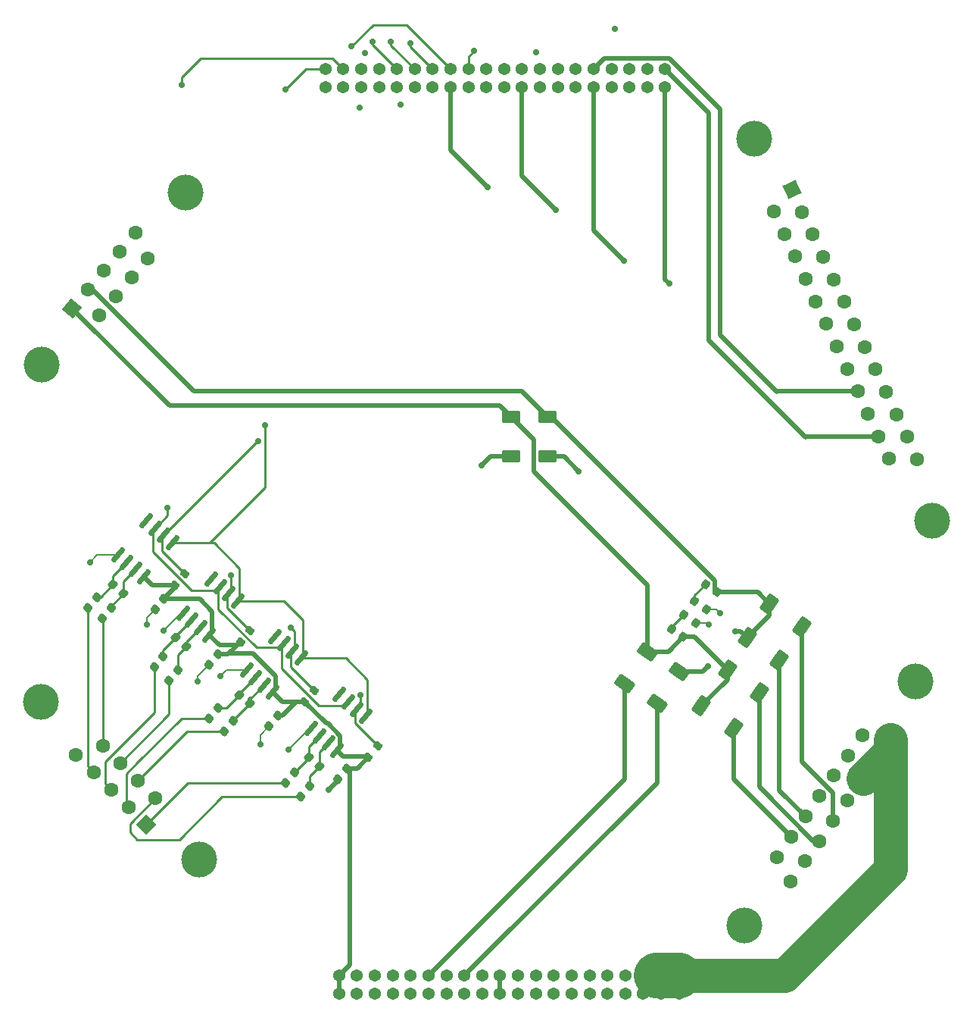
<source format=gbr>
%TF.GenerationSoftware,KiCad,Pcbnew,7.0.7*%
%TF.CreationDate,2024-03-26T09:21:42-07:00*%
%TF.ProjectId,Connector-board,436f6e6e-6563-4746-9f72-2d626f617264,rev?*%
%TF.SameCoordinates,Original*%
%TF.FileFunction,Copper,L1,Top*%
%TF.FilePolarity,Positive*%
%FSLAX46Y46*%
G04 Gerber Fmt 4.6, Leading zero omitted, Abs format (unit mm)*
G04 Created by KiCad (PCBNEW 7.0.7) date 2024-03-26 09:21:42*
%MOMM*%
%LPD*%
G01*
G04 APERTURE LIST*
G04 Aperture macros list*
%AMRoundRect*
0 Rectangle with rounded corners*
0 $1 Rounding radius*
0 $2 $3 $4 $5 $6 $7 $8 $9 X,Y pos of 4 corners*
0 Add a 4 corners polygon primitive as box body*
4,1,4,$2,$3,$4,$5,$6,$7,$8,$9,$2,$3,0*
0 Add four circle primitives for the rounded corners*
1,1,$1+$1,$2,$3*
1,1,$1+$1,$4,$5*
1,1,$1+$1,$6,$7*
1,1,$1+$1,$8,$9*
0 Add four rect primitives between the rounded corners*
20,1,$1+$1,$2,$3,$4,$5,0*
20,1,$1+$1,$4,$5,$6,$7,0*
20,1,$1+$1,$6,$7,$8,$9,0*
20,1,$1+$1,$8,$9,$2,$3,0*%
%AMRotRect*
0 Rectangle, with rotation*
0 The origin of the aperture is its center*
0 $1 length*
0 $2 width*
0 $3 Rotation angle, in degrees counterclockwise*
0 Add horizontal line*
21,1,$1,$2,0,0,$3*%
G04 Aperture macros list end*
%TA.AperFunction,ComponentPad*%
%ADD10C,4.000000*%
%TD*%
%TA.AperFunction,ComponentPad*%
%ADD11RotRect,1.600000X1.600000X115.000000*%
%TD*%
%TA.AperFunction,ComponentPad*%
%ADD12C,1.600000*%
%TD*%
%TA.AperFunction,SMDPad,CuDef*%
%ADD13RoundRect,0.225000X-0.046884X0.333057X-0.336138X-0.011663X0.046884X-0.333057X0.336138X0.011663X0*%
%TD*%
%TA.AperFunction,SMDPad,CuDef*%
%ADD14RoundRect,0.225000X0.333057X0.046884X-0.011663X0.336138X-0.333057X-0.046884X0.011663X-0.336138X0*%
%TD*%
%TA.AperFunction,SMDPad,CuDef*%
%ADD15RoundRect,0.150000X-0.415393X-0.728405X0.645206X0.535569X0.415393X0.728405X-0.645206X-0.535569X0*%
%TD*%
%TA.AperFunction,SMDPad,CuDef*%
%ADD16RoundRect,0.250000X-0.827480X-0.397212X-0.090243X-0.913431X0.827480X0.397212X0.090243X0.913431X0*%
%TD*%
%TA.AperFunction,SMDPad,CuDef*%
%ADD17RoundRect,0.250000X-0.397212X0.827480X-0.913431X0.090243X0.397212X-0.827480X0.913431X-0.090243X0*%
%TD*%
%TA.AperFunction,SMDPad,CuDef*%
%ADD18RoundRect,0.200000X-0.082105X0.329975X-0.339220X0.023558X0.082105X-0.329975X0.339220X-0.023558X0*%
%TD*%
%TA.AperFunction,SMDPad,CuDef*%
%ADD19RoundRect,0.218750X0.326168X0.084438X-0.032211X0.335378X-0.326168X-0.084438X0.032211X-0.335378X0*%
%TD*%
%TA.AperFunction,SMDPad,CuDef*%
%ADD20RoundRect,0.225000X0.046884X-0.333057X0.336138X0.011663X-0.046884X0.333057X-0.336138X-0.011663X0*%
%TD*%
%TA.AperFunction,SMDPad,CuDef*%
%ADD21RoundRect,0.250000X-0.800000X0.450000X-0.800000X-0.450000X0.800000X-0.450000X0.800000X0.450000X0*%
%TD*%
%TA.AperFunction,SMDPad,CuDef*%
%ADD22RoundRect,0.218750X-0.326168X-0.084438X0.032211X-0.335378X0.326168X0.084438X-0.032211X0.335378X0*%
%TD*%
%TA.AperFunction,ComponentPad*%
%ADD23C,1.371600*%
%TD*%
%TA.AperFunction,ComponentPad*%
%ADD24RotRect,1.600000X1.600000X315.000000*%
%TD*%
%TA.AperFunction,ComponentPad*%
%ADD25RotRect,1.600000X1.600000X55.000000*%
%TD*%
%TA.AperFunction,ComponentPad*%
%ADD26RotRect,1.600000X1.600000X230.000000*%
%TD*%
%TA.AperFunction,ViaPad*%
%ADD27C,0.711200*%
%TD*%
%TA.AperFunction,Conductor*%
%ADD28C,3.810000*%
%TD*%
%TA.AperFunction,Conductor*%
%ADD29C,5.080000*%
%TD*%
%TA.AperFunction,Conductor*%
%ADD30C,0.508000*%
%TD*%
%TA.AperFunction,Conductor*%
%ADD31C,0.200000*%
%TD*%
%TA.AperFunction,Conductor*%
%ADD32C,0.254000*%
%TD*%
G04 APERTURE END LIST*
D10*
%TO.P,PT_DSUB1,0*%
%TO.N,N/C*%
X222383093Y-106381776D03*
X202477772Y-63694679D03*
D11*
%TO.P,PT_DSUB1,1,1*%
%TO.N,PT1_E+*%
X206693474Y-69375274D03*
D12*
%TO.P,PT_DSUB1,2,2*%
%TO.N,PT1_E-*%
X207864127Y-71885747D03*
%TO.P,PT_DSUB1,3,3*%
%TO.N,PT1_E+*%
X209034779Y-74396219D03*
%TO.P,PT_DSUB1,4,4*%
%TO.N,PT1_E-*%
X210205432Y-76906692D03*
%TO.P,PT_DSUB1,5,5*%
%TO.N,PT1_E+*%
X211376084Y-79417164D03*
%TO.P,PT_DSUB1,6,6*%
%TO.N,PT1_E-*%
X212546737Y-81927637D03*
%TO.P,PT_DSUB1,7,7*%
%TO.N,PT1_E+*%
X213717390Y-84438109D03*
%TO.P,PT_DSUB1,8,8*%
%TO.N,PT1_E-*%
X214888042Y-86948582D03*
%TO.P,PT_DSUB1,9,9*%
%TO.N,PT1_E+*%
X216058695Y-89459055D03*
%TO.P,PT_DSUB1,10,10*%
%TO.N,PT1_E-*%
X217229347Y-91969527D03*
%TO.P,PT_DSUB1,11,11*%
%TO.N,PT1_E+*%
X218400000Y-94480000D03*
%TO.P,PT_DSUB1,12,12*%
%TO.N,PT1_E-*%
X219570652Y-96990472D03*
%TO.P,PT_DSUB1,13,13*%
%TO.N,unconnected-(PT_DSUB1-Pad13)*%
X220741305Y-99500945D03*
%TO.P,PT_DSUB1,14,P14*%
%TO.N,PT1_A+*%
X204704886Y-71830746D03*
%TO.P,PT_DSUB1,15,P15*%
%TO.N,unconnected-(PT_DSUB1-P15-Pad15)*%
X205875539Y-74341219D03*
%TO.P,PT_DSUB1,16,P16*%
%TO.N,PT2_A+*%
X207046191Y-76851691D03*
%TO.P,PT_DSUB1,17,P17*%
%TO.N,unconnected-(PT_DSUB1-P17-Pad17)*%
X208216844Y-79362164D03*
%TO.P,PT_DSUB1,18,P18*%
%TO.N,PT3_A+*%
X209387497Y-81872636D03*
%TO.P,PT_DSUB1,19,P19*%
%TO.N,unconnected-(PT_DSUB1-P19-Pad19)*%
X210558149Y-84383109D03*
%TO.P,PT_DSUB1,20,P20*%
%TO.N,PT4_A+*%
X211728802Y-86893582D03*
%TO.P,PT_DSUB1,21,P21*%
%TO.N,unconnected-(PT_DSUB1-P21-Pad21)*%
X212899454Y-89404054D03*
%TO.P,PT_DSUB1,22,P22*%
%TO.N,PT5_A+*%
X214070107Y-91914527D03*
%TO.P,PT_DSUB1,23,P23*%
%TO.N,unconnected-(PT_DSUB1-P23-Pad23)*%
X215240759Y-94424999D03*
%TO.P,PT_DSUB1,24,P24*%
%TO.N,PT6_A+*%
X216411412Y-96935472D03*
%TO.P,PT_DSUB1,25,P25*%
%TO.N,unconnected-(PT_DSUB1-P25-Pad25)*%
X217582065Y-99445944D03*
%TD*%
D13*
%TO.P,C10,1*%
%TO.N,+3.3V*%
X142526520Y-121268994D03*
%TO.P,C10,2*%
%TO.N,PT1_E-*%
X141530200Y-122456362D03*
%TD*%
D14*
%TO.P,C9,1*%
%TO.N,Net-(U4-T+)*%
X139028312Y-120389665D03*
%TO.P,C9,2*%
%TO.N,Net-(U4-T-)*%
X137840944Y-119393345D03*
%TD*%
D15*
%TO.P,U4,1,GND*%
%TO.N,PT1_E-*%
X138649786Y-116671450D03*
%TO.P,U4,2,T-*%
%TO.N,Net-(U4-T-)*%
X139622662Y-117487790D03*
%TO.P,U4,3,T+*%
%TO.N,Net-(U4-T+)*%
X140595539Y-118304130D03*
%TO.P,U4,4,VCC*%
%TO.N,+3.3V*%
X141568415Y-119120470D03*
%TO.P,U4,5,SCK*%
%TO.N,SPI_SCK*%
X144750214Y-115328550D03*
%TO.P,U4,6,~{CS}*%
%TO.N,TC3_CS*%
X143777338Y-114512210D03*
%TO.P,U4,7,SO*%
%TO.N,SPI_MISO*%
X142804461Y-113695870D03*
%TO.P,U4,8*%
%TO.N,N/C*%
X141831585Y-112879530D03*
%TD*%
D16*
%TO.P,D4,1,K*%
%TO.N,LOX_VENT*%
X199497866Y-123038132D03*
%TO.P,D4,2,A*%
%TO.N,GROUND_LOX_VENT*%
X203102134Y-125561868D03*
%TD*%
D13*
%TO.P,C4,1*%
%TO.N,+3.3V*%
X156916508Y-134061740D03*
%TO.P,C4,2*%
%TO.N,PT1_E-*%
X155920188Y-135249108D03*
%TD*%
D17*
%TO.P,D6,1,K*%
%TO.N,LOX_VENT*%
X190561868Y-120997866D03*
%TO.P,D6,2,A*%
%TO.N,FLIGHT_LOX_VENT*%
X188038132Y-124602134D03*
%TD*%
D13*
%TO.P,C8,1*%
%TO.N,+3.3V*%
X149218355Y-128155443D03*
%TO.P,C8,2*%
%TO.N,PT1_E-*%
X148222035Y-129342811D03*
%TD*%
D18*
%TO.P,R3,1*%
%TO.N,TC1_CS*%
X160421798Y-131533369D03*
%TO.P,R3,2*%
%TO.N,+3.3V*%
X159361198Y-132797343D03*
%TD*%
D16*
%TO.P,D1,1,K*%
%TO.N,ETH_VENT*%
X204218023Y-115663447D03*
%TO.P,D1,2,A*%
%TO.N,GROUND_ETH_VENT*%
X207822291Y-118187183D03*
%TD*%
D17*
%TO.P,D3,1,K*%
%TO.N,ETH_VENT*%
X194161868Y-123197866D03*
%TO.P,D3,2,A*%
%TO.N,FLIGHT_ETH_VENT*%
X191638132Y-126802134D03*
%TD*%
D19*
%TO.P,C1,1*%
%TO.N,ETH_VENT*%
X198345082Y-114351691D03*
%TO.P,C1,2*%
%TO.N,Net-(C1-Pad2)*%
X197054918Y-113448309D03*
%TD*%
D18*
%TO.P,R6,1*%
%TO.N,TC3_CS*%
X146121802Y-118633371D03*
%TO.P,R6,2*%
%TO.N,+3.3V*%
X145061202Y-119897345D03*
%TD*%
D20*
%TO.P,FB4,1*%
%TO.N,TC4_T-*%
X128001840Y-116093684D03*
%TO.P,FB4,2*%
%TO.N,Net-(U2-T-)*%
X128998160Y-114906316D03*
%TD*%
D21*
%TO.P,D8,1,K*%
%TO.N,LOX_VENT*%
X175353813Y-94800000D03*
%TO.P,D8,2,A*%
%TO.N,PT1_E-*%
X175353813Y-99200000D03*
%TD*%
D13*
%TO.P,C6,1*%
%TO.N,+3.3V*%
X136498160Y-115106316D03*
%TO.P,C6,2*%
%TO.N,PT1_E-*%
X135501840Y-116293684D03*
%TD*%
D15*
%TO.P,U1,1,GND*%
%TO.N,PT1_E-*%
X152949786Y-129571450D03*
%TO.P,U1,2,T-*%
%TO.N,Net-(U1-T-)*%
X153922662Y-130387790D03*
%TO.P,U1,3,T+*%
%TO.N,Net-(U1-T+)*%
X154895539Y-131204130D03*
%TO.P,U1,4,VCC*%
%TO.N,+3.3V*%
X155868415Y-132020470D03*
%TO.P,U1,5,SCK*%
%TO.N,SPI_SCK*%
X159050214Y-128228550D03*
%TO.P,U1,6,~{CS}*%
%TO.N,TC1_CS*%
X158077338Y-127412210D03*
%TO.P,U1,7,SO*%
%TO.N,SPI_MISO*%
X157104461Y-126595870D03*
%TO.P,U1,8*%
%TO.N,N/C*%
X156131585Y-125779530D03*
%TD*%
D19*
%TO.P,C2,1*%
%TO.N,LOX_VENT*%
X194545082Y-119351691D03*
%TO.P,C2,2*%
%TO.N,Net-(C2-Pad2)*%
X193254918Y-118448309D03*
%TD*%
D20*
%TO.P,FB3,1*%
%TO.N,TC4_T+*%
X129601840Y-117293684D03*
%TO.P,FB3,2*%
%TO.N,Net-(U2-T+)*%
X130598160Y-116106316D03*
%TD*%
%TO.P,FB6,1*%
%TO.N,TC2_T-*%
X141551390Y-128427443D03*
%TO.P,FB6,2*%
%TO.N,Net-(U3-T-)*%
X142547710Y-127240075D03*
%TD*%
D22*
%TO.P,R1,1*%
%TO.N,Net-(C1-Pad2)*%
X195854918Y-115348309D03*
%TO.P,R1,2*%
%TO.N,PT1_E-*%
X197145082Y-116251691D03*
%TD*%
D18*
%TO.P,R5,1*%
%TO.N,TC2_CS*%
X153274803Y-125325878D03*
%TO.P,R5,2*%
%TO.N,+3.3V*%
X152214203Y-126589852D03*
%TD*%
D14*
%TO.P,C5,1*%
%TO.N,Net-(U2-T+)*%
X131993684Y-114498160D03*
%TO.P,C5,2*%
%TO.N,Net-(U2-T-)*%
X130806316Y-113501840D03*
%TD*%
D16*
%TO.P,D2,1,K*%
%TO.N,ETH_VENT*%
X201718848Y-119406985D03*
%TO.P,D2,2,A*%
%TO.N,REDS_ETH_VENT*%
X205323116Y-121930721D03*
%TD*%
D20*
%TO.P,FB1,1*%
%TO.N,TC1_T+*%
X151816950Y-137201337D03*
%TO.P,FB1,2*%
%TO.N,Net-(U1-T+)*%
X152813270Y-136013969D03*
%TD*%
%TO.P,FB5,1*%
%TO.N,TC2_T+*%
X143263660Y-129864203D03*
%TO.P,FB5,2*%
%TO.N,Net-(U3-T+)*%
X144259980Y-128676835D03*
%TD*%
D16*
%TO.P,D5,1,K*%
%TO.N,LOX_VENT*%
X196597866Y-127038132D03*
%TO.P,D5,2,A*%
%TO.N,REDS_LOX_VENT*%
X200202134Y-129561868D03*
%TD*%
D15*
%TO.P,U2,1,GND*%
%TO.N,PT1_E-*%
X131349786Y-110171450D03*
%TO.P,U2,2,T-*%
%TO.N,Net-(U2-T-)*%
X132322662Y-110987790D03*
%TO.P,U2,3,T+*%
%TO.N,Net-(U2-T+)*%
X133295539Y-111804130D03*
%TO.P,U2,4,VCC*%
%TO.N,+3.3V*%
X134268415Y-112620470D03*
%TO.P,U2,5,SCK*%
%TO.N,SPI_SCK*%
X137450214Y-108828550D03*
%TO.P,U2,6,~{CS}*%
%TO.N,TC4_CS*%
X136477338Y-108012210D03*
%TO.P,U2,7,SO*%
%TO.N,SPI_MISO*%
X135504461Y-107195870D03*
%TO.P,U2,8*%
%TO.N,N/C*%
X134531585Y-106379530D03*
%TD*%
%TO.P,U3,1,GND*%
%TO.N,PT1_E-*%
X145749786Y-123071450D03*
%TO.P,U3,2,T-*%
%TO.N,Net-(U3-T-)*%
X146722662Y-123887790D03*
%TO.P,U3,3,T+*%
%TO.N,Net-(U3-T+)*%
X147695539Y-124704130D03*
%TO.P,U3,4,VCC*%
%TO.N,+3.3V*%
X148668415Y-125520470D03*
%TO.P,U3,5,SCK*%
%TO.N,SPI_SCK*%
X151850214Y-121728550D03*
%TO.P,U3,6,~{CS}*%
%TO.N,TC2_CS*%
X150877338Y-120912210D03*
%TO.P,U3,7,SO*%
%TO.N,SPI_MISO*%
X149904461Y-120095870D03*
%TO.P,U3,8*%
%TO.N,N/C*%
X148931585Y-119279530D03*
%TD*%
D14*
%TO.P,C7,1*%
%TO.N,Net-(U3-T+)*%
X146128328Y-126789663D03*
%TO.P,C7,2*%
%TO.N,Net-(U3-T-)*%
X144940960Y-125793343D03*
%TD*%
D23*
%TO.P,J1,A1,Pin_1*%
%TO.N,+3.3V*%
X156086831Y-159170000D03*
%TO.P,J1,A2,Pin_2*%
X156086831Y-157170000D03*
%TO.P,J1,A3,Pin_3*%
%TO.N,PT1_E-*%
X158086831Y-159170000D03*
%TO.P,J1,A4,Pin_4*%
X158086831Y-157170000D03*
%TO.P,J1,A5,Pin_5*%
%TO.N,PT1_E+*%
X160086831Y-159170000D03*
%TO.P,J1,A6,Pin_6*%
X160086831Y-157170000D03*
%TO.P,J1,A7,Pin_7*%
X162086831Y-159170000D03*
%TO.P,J1,A8,Pin_8*%
X162086831Y-157170000D03*
%TO.P,J1,A9,Pin_9*%
%TO.N,PT1_E-*%
X164086831Y-159170000D03*
%TO.P,J1,A10,Pin_10*%
X164086831Y-157170000D03*
%TO.P,J1,A11,Pin_11*%
%TO.N,FLIGHT_LOX_VENT*%
X166086831Y-159170000D03*
%TO.P,J1,A12,Pin_12*%
X166086831Y-157170000D03*
%TO.P,J1,A13,Pin_13*%
%TO.N,PT1_E-*%
X168086831Y-159170000D03*
%TO.P,J1,A14,Pin_14*%
X168086831Y-157170000D03*
%TO.P,J1,A15,Pin_15*%
%TO.N,FLIGHT_ETH_VENT*%
X170086831Y-159170000D03*
%TO.P,J1,A16,Pin_16*%
X170086831Y-157170000D03*
%TO.P,J1,A17,Pin_17*%
%TO.N,PT1_E-*%
X172086831Y-159170000D03*
%TO.P,J1,A18,Pin_18*%
X172086831Y-157170000D03*
%TO.P,J1,A19,Pin_19*%
%TO.N,FLIGHT_ETH_MAIN*%
X174086831Y-159170000D03*
%TO.P,J1,A20,Pin_20*%
X174086831Y-157170000D03*
%TO.P,J1,A21,Pin_21*%
%TO.N,PT1_E-*%
X176086831Y-159170000D03*
%TO.P,J1,A22,Pin_22*%
X176086831Y-157170000D03*
%TO.P,J1,A23,Pin_23*%
%TO.N,unconnected-(J1A-Pin_23-PadA23)*%
X178086831Y-159170000D03*
%TO.P,J1,A24,Pin_24*%
%TO.N,unconnected-(J1A-Pin_24-PadA24)*%
X178086831Y-157170000D03*
%TO.P,J1,A25,Pin_25*%
%TO.N,PT1_E-*%
X180086831Y-159170000D03*
%TO.P,J1,A26,Pin_26*%
X180086831Y-157170000D03*
%TO.P,J1,A27,Pin_27*%
%TO.N,unconnected-(J1A-Pin_27-PadA27)*%
X182086831Y-159170000D03*
%TO.P,J1,A28,Pin_28*%
%TO.N,unconnected-(J1A-Pin_28-PadA28)*%
X182086831Y-157170000D03*
%TO.P,J1,A29,Pin_29*%
%TO.N,unconnected-(J1A-Pin_29-PadA29)*%
X184086831Y-159170000D03*
%TO.P,J1,A30,Pin_30*%
%TO.N,unconnected-(J1A-Pin_30-PadA30)*%
X184086831Y-157170000D03*
%TO.P,J1,A31,Pin_31*%
%TO.N,unconnected-(J1A-Pin_31-PadA31)*%
X186086831Y-159170000D03*
%TO.P,J1,A32,Pin_32*%
%TO.N,unconnected-(J1A-Pin_32-PadA32)*%
X186086831Y-157170000D03*
%TO.P,J1,A33,Pin_33*%
%TO.N,unconnected-(J1A-Pin_33-PadA33)*%
X188086731Y-159170000D03*
%TO.P,J1,A34,Pin_34*%
%TO.N,unconnected-(J1A-Pin_34-PadA34)*%
X188086731Y-157170000D03*
%TO.P,J1,A35,Pin_35*%
%TO.N,PWR_SUP*%
X190086731Y-159170000D03*
%TO.P,J1,A36,Pin_36*%
X190086731Y-157170000D03*
%TO.P,J1,A37,Pin_37*%
X192086731Y-159170000D03*
%TO.P,J1,A38,Pin_38*%
X192086731Y-157170000D03*
%TO.P,J1,A39,Pin_39*%
X194086731Y-159170000D03*
%TO.P,J1,A40,Pin_40*%
X194086731Y-157170000D03*
%TO.P,J1,B1,Pin_1*%
%TO.N,unconnected-(J1B-Pin_1-PadB1)*%
X154550000Y-57900000D03*
%TO.P,J1,B2,Pin_2*%
%TO.N,SPI_SCK*%
X154550000Y-55900000D03*
%TO.P,J1,B3,Pin_3*%
%TO.N,unconnected-(J1B-Pin_3-PadB3)*%
X156550000Y-57900000D03*
%TO.P,J1,B4,Pin_4*%
%TO.N,SPI_MISO*%
X156550000Y-55900000D03*
%TO.P,J1,B5,Pin_5*%
%TO.N,PT1_E-*%
X158550000Y-57900000D03*
%TO.P,J1,B6,Pin_6*%
%TO.N,SPI_MOSI*%
X158550000Y-55900000D03*
%TO.P,J1,B7,Pin_7*%
%TO.N,unconnected-(J1B-Pin_7-PadB7)*%
X160550000Y-57900000D03*
%TO.P,J1,B8,Pin_8*%
%TO.N,PT1_E-*%
X160550000Y-55900000D03*
%TO.P,J1,B9,Pin_9*%
X162549900Y-57900000D03*
%TO.P,J1,B10,Pin_10*%
%TO.N,TC1_CS*%
X162549900Y-55900000D03*
%TO.P,J1,B11,Pin_11*%
%TO.N,PT1_E+*%
X164549900Y-57900000D03*
%TO.P,J1,B12,Pin_12*%
%TO.N,TC2_CS*%
X164549900Y-55900000D03*
%TO.P,J1,B13,Pin_13*%
%TO.N,PT1_E-*%
X166549900Y-57900000D03*
%TO.P,J1,B14,Pin_14*%
%TO.N,TC3_CS*%
X166549900Y-55900000D03*
%TO.P,J1,B15,Pin_15*%
%TO.N,PT1_A+*%
X168549900Y-57900000D03*
%TO.P,J1,B16,Pin_16*%
%TO.N,TC4_CS*%
X168549900Y-55900000D03*
%TO.P,J1,B17,Pin_17*%
%TO.N,PT1_E-*%
X170549900Y-57900000D03*
%TO.P,J1,B18,Pin_18*%
X170549900Y-55900000D03*
%TO.P,J1,B19,Pin_19*%
%TO.N,PT1_E+*%
X172549900Y-57900000D03*
%TO.P,J1,B20,Pin_20*%
%TO.N,unconnected-(J1B-Pin_20-PadB20)*%
X172549900Y-55900000D03*
%TO.P,J1,B21,Pin_21*%
%TO.N,PT1_E-*%
X174549900Y-57900000D03*
%TO.P,J1,B22,Pin_22*%
%TO.N,unconnected-(J1B-Pin_22-PadB22)*%
X174549900Y-55900000D03*
%TO.P,J1,B23,Pin_23*%
%TO.N,PT2_A+*%
X176549900Y-57900000D03*
%TO.P,J1,B24,Pin_24*%
%TO.N,unconnected-(J1B-Pin_24-PadB24)*%
X176549900Y-55900000D03*
%TO.P,J1,B25,Pin_25*%
%TO.N,PT1_E-*%
X178549900Y-57900000D03*
%TO.P,J1,B26,Pin_26*%
X178549900Y-55900000D03*
%TO.P,J1,B27,Pin_27*%
%TO.N,PT1_E+*%
X180549900Y-57900000D03*
%TO.P,J1,B28,Pin_28*%
X180549900Y-55900000D03*
%TO.P,J1,B29,Pin_29*%
%TO.N,PT1_E-*%
X182549900Y-57900000D03*
%TO.P,J1,B30,Pin_30*%
X182549900Y-55900000D03*
%TO.P,J1,B31,Pin_31*%
%TO.N,PT3_A+*%
X184549900Y-57900000D03*
%TO.P,J1,B32,Pin_32*%
%TO.N,PT5_A+*%
X184549900Y-55900000D03*
%TO.P,J1,B33,Pin_33*%
%TO.N,PT1_E-*%
X186549900Y-57900000D03*
%TO.P,J1,B34,Pin_34*%
X186549900Y-55900000D03*
%TO.P,J1,B35,Pin_35*%
%TO.N,PT1_E+*%
X188549900Y-57900000D03*
%TO.P,J1,B36,Pin_36*%
X188549900Y-55900000D03*
%TO.P,J1,B37,Pin_37*%
%TO.N,PT1_E-*%
X190549900Y-57900000D03*
%TO.P,J1,B38,Pin_38*%
X190549900Y-55900000D03*
%TO.P,J1,B39,Pin_39*%
%TO.N,PT4_A+*%
X192549900Y-57900000D03*
%TO.P,J1,B40,Pin_40*%
%TO.N,PT6_A+*%
X192549900Y-55900000D03*
%TD*%
D20*
%TO.P,FB2,1*%
%TO.N,TC1_T-*%
X150098419Y-135693007D03*
%TO.P,FB2,2*%
%TO.N,Net-(U1-T-)*%
X151094739Y-134505639D03*
%TD*%
%TO.P,FB8,1*%
%TO.N,TC3_T-*%
X135414865Y-122736414D03*
%TO.P,FB8,2*%
%TO.N,Net-(U4-T-)*%
X136411185Y-121549046D03*
%TD*%
D18*
%TO.P,R4,1*%
%TO.N,TC4_CS*%
X138830300Y-112268013D03*
%TO.P,R4,2*%
%TO.N,+3.3V*%
X137769700Y-113531987D03*
%TD*%
D14*
%TO.P,C3,1*%
%TO.N,Net-(U1-T+)*%
X153922000Y-133787824D03*
%TO.P,C3,2*%
%TO.N,Net-(U1-T-)*%
X152734632Y-132791504D03*
%TD*%
D20*
%TO.P,FB7,1*%
%TO.N,TC3_T+*%
X137075024Y-124195758D03*
%TO.P,FB7,2*%
%TO.N,Net-(U4-T+)*%
X138071344Y-123008390D03*
%TD*%
D21*
%TO.P,D7,1,K*%
%TO.N,ETH_VENT*%
X179403815Y-94800003D03*
%TO.P,D7,2,A*%
%TO.N,PT1_E-*%
X179403815Y-99200003D03*
%TD*%
D22*
%TO.P,R2,1*%
%TO.N,Net-(C2-Pad2)*%
X194654918Y-116848309D03*
%TO.P,R2,2*%
%TO.N,PT1_E-*%
X195945082Y-117751691D03*
%TD*%
D10*
%TO.P,4TC_DSUB1,0*%
%TO.N,N/C*%
X122764701Y-126571772D03*
X140442371Y-144249442D03*
D24*
%TO.P,4TC_DSUB1,1,1*%
%TO.N,TC1_T-*%
X134516816Y-140332070D03*
D12*
%TO.P,4TC_DSUB1,2,2*%
%TO.N,TC2_T-*%
X132558130Y-138373384D03*
%TO.P,4TC_DSUB1,3,3*%
%TO.N,TC3_T-*%
X130599444Y-136414698D03*
%TO.P,4TC_DSUB1,4,4*%
%TO.N,TC4_T-*%
X128640759Y-134456013D03*
%TO.P,4TC_DSUB1,5,5*%
%TO.N,unconnected-(4TC_DSUB1-Pad5)*%
X126682073Y-132497327D03*
%TO.P,4TC_DSUB1,6,6*%
%TO.N,TC1_T+*%
X135545656Y-137344544D03*
%TO.P,4TC_DSUB1,7,7*%
%TO.N,TC2_T+*%
X133586971Y-135385858D03*
%TO.P,4TC_DSUB1,8,8*%
%TO.N,TC3_T+*%
X131628285Y-133427172D03*
%TO.P,4TC_DSUB1,9,9*%
%TO.N,TC4_T+*%
X129669599Y-131468486D03*
%TD*%
D10*
%TO.P,GND_DSUB1,0*%
%TO.N,N/C*%
X201425933Y-151566082D03*
X220526028Y-124288319D03*
D25*
%TO.P,GND_DSUB1,1,1*%
%TO.N,PWR_SUP*%
X217700000Y-130800000D03*
D12*
%TO.P,GND_DSUB1,2,2*%
X216111193Y-133069051D03*
%TO.P,GND_DSUB1,3,3*%
X214522387Y-135338102D03*
%TO.P,GND_DSUB1,4,4*%
%TO.N,unconnected-(GND_DSUB1-Pad4)*%
X212933580Y-137607153D03*
%TO.P,GND_DSUB1,5,5*%
%TO.N,GROUND_ETH_VENT*%
X211344773Y-139876205D03*
%TO.P,GND_DSUB1,6,6*%
%TO.N,GROUND_LOX_VENT*%
X209755966Y-142145256D03*
%TO.P,GND_DSUB1,7,7*%
%TO.N,unconnected-(GND_DSUB1-Pad7)*%
X208167160Y-144414307D03*
%TO.P,GND_DSUB1,8,8*%
%TO.N,unconnected-(GND_DSUB1-Pad8)*%
X206578353Y-146683358D03*
%TO.P,GND_DSUB1,9,P9*%
%TO.N,PT1_E-*%
X214579205Y-130305569D03*
%TO.P,GND_DSUB1,10,P10*%
X212990398Y-132574620D03*
%TO.P,GND_DSUB1,11,P111*%
X211401591Y-134843671D03*
%TO.P,GND_DSUB1,12,P12*%
X209812785Y-137112722D03*
%TO.P,GND_DSUB1,13,P13*%
%TO.N,REDS_ETH_VENT*%
X208223978Y-139381773D03*
%TO.P,GND_DSUB1,14,P14*%
%TO.N,REDS_LOX_VENT*%
X206635171Y-141650824D03*
%TO.P,GND_DSUB1,15,P15*%
%TO.N,unconnected-(GND_DSUB1-P15-Pad15)*%
X205046364Y-143919875D03*
%TD*%
D10*
%TO.P,SOLENOIDS_DSUB1,0*%
%TO.N,N/C*%
X138924588Y-69728891D03*
X122854897Y-88880002D03*
D26*
%TO.P,SOLENOIDS_DSUB1,1,1*%
%TO.N,LOX_VENT*%
X126240916Y-82635574D03*
D12*
%TO.P,SOLENOIDS_DSUB1,2,2*%
%TO.N,ETH_VENT*%
X128021438Y-80513631D03*
%TO.P,SOLENOIDS_DSUB1,3,3*%
%TO.N,unconnected-(SOLENOIDS_DSUB1-Pad3)*%
X129801959Y-78391688D03*
%TO.P,SOLENOIDS_DSUB1,4,4*%
%TO.N,unconnected-(SOLENOIDS_DSUB1-Pad4)*%
X131582481Y-76269745D03*
%TO.P,SOLENOIDS_DSUB1,5,5*%
%TO.N,unconnected-(SOLENOIDS_DSUB1-Pad5)*%
X133363003Y-74147802D03*
%TO.P,SOLENOIDS_DSUB1,6,6*%
%TO.N,PT1_E-*%
X129306743Y-83400119D03*
%TO.P,SOLENOIDS_DSUB1,7,7*%
X131087265Y-81278176D03*
%TO.P,SOLENOIDS_DSUB1,8,8*%
%TO.N,unconnected-(SOLENOIDS_DSUB1-Pad8)*%
X132867786Y-79156233D03*
%TO.P,SOLENOIDS_DSUB1,9,9*%
%TO.N,unconnected-(SOLENOIDS_DSUB1-Pad9)*%
X134648308Y-77034290D03*
%TD*%
D27*
%TO.N,PT1_A+*%
X172680000Y-69080000D03*
%TO.N,PT2_A+*%
X180300000Y-71620000D03*
%TO.N,PT3_A+*%
X187920000Y-77335000D03*
%TO.N,PT4_A+*%
X193000000Y-79875000D03*
%TO.N,PT1_E-*%
X154900000Y-136390000D03*
X172045000Y-100195000D03*
X182840000Y-100830000D03*
X150455000Y-131945000D03*
X147280000Y-131310000D03*
X142835000Y-123690000D03*
X140295000Y-124325000D03*
X136485000Y-118610000D03*
X128230000Y-110990000D03*
X134580000Y-117975000D03*
X197445000Y-117975000D03*
X198715000Y-116705000D03*
X158400000Y-60200000D03*
X178100000Y-54000000D03*
X171200000Y-53900000D03*
X186900000Y-51400000D03*
X163000000Y-59900000D03*
X159000000Y-54100000D03*
%TO.N,TC1_CS*%
X159800000Y-52836100D03*
X158466261Y-125806600D03*
%TO.N,TC4_CS*%
X147060203Y-97500000D03*
X157500000Y-53400000D03*
%TO.N,TC2_CS*%
X150700000Y-118300000D03*
X161900000Y-52836100D03*
%TO.N,TC3_CS*%
X144000000Y-112500000D03*
X164100000Y-53000000D03*
%TO.N,ETH_VENT*%
X197300000Y-122600000D03*
X200400000Y-118700000D03*
%TO.N,SPI_SCK*%
X150100000Y-58200000D03*
X147796303Y-95662693D03*
%TO.N,SPI_MISO*%
X138500000Y-57700000D03*
X136900000Y-104900000D03*
%TD*%
D28*
%TO.N,PWR_SUP*%
X194086731Y-157170000D02*
X205875000Y-157170000D01*
X205875000Y-157170000D02*
X217700000Y-145345000D01*
X217700000Y-145345000D02*
X217700000Y-132160489D01*
D29*
X194086731Y-157170000D02*
X191566531Y-157170000D01*
D28*
X217700000Y-130800000D02*
X217700000Y-132160489D01*
X217700000Y-132160489D02*
X214685787Y-135174702D01*
D30*
%TO.N,PT5_A+*%
X184549900Y-55900000D02*
X185743700Y-54706200D01*
X185743700Y-54706200D02*
X193044389Y-54706200D01*
X193044389Y-54706200D02*
X198715000Y-60376811D01*
X205065000Y-91940000D02*
X205090473Y-91914527D01*
X198715000Y-60376811D02*
X198715000Y-85590000D01*
X205090473Y-91914527D02*
X214070107Y-91914527D01*
X198715000Y-85590000D02*
X205065000Y-91940000D01*
%TO.N,PT1_A+*%
X168549900Y-64949900D02*
X172680000Y-69080000D01*
X168549900Y-57900000D02*
X168549900Y-64949900D01*
%TO.N,PT2_A+*%
X176549900Y-67869900D02*
X180300000Y-71620000D01*
X176549900Y-57900000D02*
X176549900Y-67869900D01*
%TO.N,PT3_A+*%
X184549900Y-73964900D02*
X187920000Y-77335000D01*
X184549900Y-57900000D02*
X184549900Y-73964900D01*
%TO.N,PT4_A+*%
X192549900Y-57900000D02*
X192549900Y-79424900D01*
X192549900Y-79424900D02*
X193000000Y-79875000D01*
%TO.N,PT6_A+*%
X197445000Y-60795100D02*
X197445000Y-86225000D01*
X192549900Y-55900000D02*
X197445000Y-60795100D01*
X197445000Y-86225000D02*
X199969772Y-88749772D01*
X199969772Y-88749772D02*
X208240000Y-97020000D01*
X208324528Y-96935472D02*
X216411412Y-96935472D01*
X208240000Y-97020000D02*
X208324528Y-96935472D01*
%TO.N,PT1_E-*%
X155920188Y-135369812D02*
X154900000Y-136390000D01*
X155920188Y-135249108D02*
X155920188Y-135369812D01*
X173040000Y-99200000D02*
X172045000Y-100195000D01*
X175353813Y-99200000D02*
X173040000Y-99200000D01*
X181210003Y-99200003D02*
X182840000Y-100830000D01*
X179403815Y-99200003D02*
X181210003Y-99200003D01*
D31*
X152828550Y-129571450D02*
X150455000Y-131945000D01*
X152949786Y-129571450D02*
X152828550Y-129571450D01*
X147280000Y-130284846D02*
X147280000Y-131310000D01*
X148222035Y-129342811D02*
X147280000Y-130284846D01*
X143453550Y-123071450D02*
X142835000Y-123690000D01*
X145749786Y-123071450D02*
X143453550Y-123071450D01*
X140295000Y-123691562D02*
X140295000Y-124325000D01*
X141530200Y-122456362D02*
X140295000Y-123691562D01*
X138423550Y-116671450D02*
X136485000Y-118610000D01*
X138649786Y-116671450D02*
X138423550Y-116671450D01*
X129048550Y-110171450D02*
X128230000Y-110990000D01*
X131349786Y-110171450D02*
X129048550Y-110171450D01*
X134580000Y-117215524D02*
X134580000Y-117975000D01*
X135501840Y-116293684D02*
X134580000Y-117215524D01*
X197221691Y-117751691D02*
X197445000Y-117975000D01*
X195945082Y-117751691D02*
X197221691Y-117751691D01*
X198261691Y-116251691D02*
X198715000Y-116705000D01*
X197145082Y-116251691D02*
X198261691Y-116251691D01*
X195945082Y-117751691D02*
X195951691Y-117751691D01*
D32*
%TO.N,Net-(U1-T+)*%
X152813270Y-136013969D02*
X152813270Y-134896554D01*
X152813270Y-134896554D02*
X153922000Y-133787824D01*
X153922000Y-133787824D02*
X153922000Y-132177669D01*
X153922000Y-132177669D02*
X154895539Y-131204130D01*
%TO.N,Net-(U1-T-)*%
X152734632Y-132865746D02*
X151094739Y-134505639D01*
X152734632Y-131575820D02*
X153922662Y-130387790D01*
X152734632Y-132791504D02*
X152734632Y-131575820D01*
X152734632Y-132791504D02*
X152734632Y-132865746D01*
%TO.N,Net-(U2-T+)*%
X133295539Y-111804130D02*
X131993684Y-113105985D01*
D30*
X130598160Y-116106316D02*
X130598160Y-115893684D01*
D32*
X131993684Y-113105985D02*
X131993684Y-114498160D01*
X130598160Y-115893684D02*
X131993684Y-114498160D01*
%TO.N,Net-(U2-T-)*%
X128998160Y-114906316D02*
X129401840Y-114906316D01*
X129401840Y-114906316D02*
X130806316Y-113501840D01*
X130806316Y-113501840D02*
X130806316Y-112504136D01*
X130806316Y-112504136D02*
X132322662Y-110987790D01*
%TO.N,Net-(U3-T+)*%
X146128328Y-126271341D02*
X147695539Y-124704130D01*
X144259980Y-128658011D02*
X146128328Y-126789663D01*
D30*
X144259980Y-128676835D02*
X144259980Y-128658011D01*
X146128328Y-126789663D02*
X146128328Y-126271341D01*
D32*
%TO.N,Net-(U3-T-)*%
X144940960Y-125669492D02*
X146722662Y-123887790D01*
X142547710Y-127240075D02*
X143494228Y-127240075D01*
D30*
X144940960Y-125793343D02*
X144940960Y-125669492D01*
D32*
X143494228Y-127240075D02*
X144940960Y-125793343D01*
%TO.N,Net-(U4-T+)*%
X139028312Y-120389665D02*
X139028312Y-119871357D01*
X139028312Y-119871357D02*
X140595539Y-118304130D01*
X138071344Y-121346633D02*
X139028312Y-120389665D01*
X138071344Y-123008390D02*
X138071344Y-121346633D01*
%TO.N,Net-(U4-T-)*%
X136411185Y-121549046D02*
X136411185Y-120823104D01*
X137840944Y-119393345D02*
X137840944Y-119269508D01*
X136411185Y-120823104D02*
X137840944Y-119393345D01*
X137840944Y-119269508D02*
X139622662Y-117487790D01*
%TO.N,TC1_T+*%
X142998663Y-137201337D02*
X138200000Y-142000000D01*
X132700000Y-141200000D02*
X132700000Y-140190200D01*
X132700000Y-140190200D02*
X135545656Y-137344544D01*
X133500000Y-142000000D02*
X132700000Y-141200000D01*
X138200000Y-142000000D02*
X133500000Y-142000000D01*
X151816950Y-137201337D02*
X142998663Y-137201337D01*
%TO.N,TC1_T-*%
X139155879Y-135693007D02*
X134516816Y-140332070D01*
X150098419Y-135693007D02*
X139155879Y-135693007D01*
D30*
%TO.N,TC4_T+*%
X129669599Y-117361443D02*
X129601840Y-117293684D01*
D32*
X129669599Y-131468486D02*
X129669599Y-117361443D01*
%TO.N,TC4_T-*%
X128001840Y-133817094D02*
X128640759Y-134456013D01*
X128001840Y-116093684D02*
X128001840Y-133817094D01*
%TO.N,TC2_T+*%
X139108626Y-129864203D02*
X133586971Y-135385858D01*
X143263660Y-129864203D02*
X139108626Y-129864203D01*
%TO.N,TC2_T-*%
X132558130Y-138373384D02*
X132282971Y-138098225D01*
X132282971Y-138098225D02*
X132282971Y-134622278D01*
X132282971Y-134622278D02*
X133500000Y-133405249D01*
X133500000Y-133405249D02*
X133500000Y-133400000D01*
X138472557Y-128427443D02*
X141551390Y-128427443D01*
X133500000Y-133400000D02*
X138472557Y-128427443D01*
%TO.N,TC3_T+*%
X137075024Y-124195758D02*
X137075024Y-127980433D01*
X137075024Y-127980433D02*
X131628285Y-133427172D01*
%TO.N,TC3_T-*%
X135414865Y-127796457D02*
X129948759Y-133262563D01*
X135414865Y-122736414D02*
X135414865Y-127796457D01*
X129948759Y-135764013D02*
X130599444Y-136414698D01*
X129948759Y-133262563D02*
X129948759Y-135764013D01*
D30*
%TO.N,FLIGHT_ETH_MAIN*%
X174086831Y-157170000D02*
X174086831Y-159170000D01*
%TO.N,GROUND_ETH_VENT*%
X207822291Y-118187183D02*
X207822291Y-133262072D01*
X211344773Y-136784554D02*
X211344773Y-139876205D01*
X207822291Y-133262072D02*
X211344773Y-136784554D01*
%TO.N,GROUND_LOX_VENT*%
X203102134Y-125561868D02*
X203102134Y-136109721D01*
X209137669Y-142145256D02*
X209755966Y-142145256D01*
X203102134Y-136109721D02*
X209137669Y-142145256D01*
%TO.N,+3.3V*%
X151310148Y-126589852D02*
X152214203Y-126589852D01*
X149744557Y-128155443D02*
X151310148Y-126589852D01*
X137769700Y-113834776D02*
X137769700Y-113531987D01*
X157253667Y-134398899D02*
X157253667Y-156003164D01*
X141901102Y-116501102D02*
X140506316Y-115106316D01*
X154623379Y-128999028D02*
X154802780Y-128999028D01*
X146479273Y-121179273D02*
X143779273Y-121179273D01*
X157253667Y-156003164D02*
X156086831Y-157170000D01*
X149001102Y-125187783D02*
X149001102Y-123701102D01*
X148668415Y-125520470D02*
X149737797Y-126589852D01*
X140506316Y-115106316D02*
X136498160Y-115106316D01*
X142526520Y-121268994D02*
X143689553Y-121268994D01*
X141568415Y-119120470D02*
X141901102Y-118787783D01*
X159263855Y-132700000D02*
X159361198Y-132797343D01*
X155868415Y-132020470D02*
X156547945Y-132700000D01*
X156916508Y-134061740D02*
X157253667Y-134398899D01*
X156086831Y-157170000D02*
X156086831Y-159170000D01*
X149737797Y-126589852D02*
X151310148Y-126589852D01*
X154802780Y-128999028D02*
X156201102Y-130397350D01*
X152214203Y-126589852D02*
X154623379Y-128999028D01*
X141901102Y-118787783D02*
X141901102Y-116501102D01*
X143689553Y-121268994D02*
X143779273Y-121179273D01*
X156201102Y-131687783D02*
X155868415Y-132020470D01*
X158096801Y-134061740D02*
X159361198Y-132797343D01*
X136498160Y-115106316D02*
X136498160Y-114803527D01*
X156201102Y-130397350D02*
X156201102Y-131687783D01*
X143779273Y-121179273D02*
X145061202Y-119897345D01*
X142727218Y-120279273D02*
X141568415Y-119120470D01*
X156547945Y-132700000D02*
X159263855Y-132700000D01*
X137769700Y-113531987D02*
X135179932Y-113531987D01*
X149001102Y-123701102D02*
X146479273Y-121179273D01*
X148668415Y-125520470D02*
X149001102Y-125187783D01*
X156916508Y-134061740D02*
X158096801Y-134061740D01*
X144679273Y-120279273D02*
X142727218Y-120279273D01*
X135179932Y-113531987D02*
X134268415Y-112620470D01*
X136498160Y-115106316D02*
X137769700Y-113834776D01*
X149218355Y-128155443D02*
X149744557Y-128155443D01*
%TO.N,REDS_LOX_VENT*%
X200202134Y-135217787D02*
X206635171Y-141650824D01*
X200202134Y-129561868D02*
X200202134Y-135217787D01*
D32*
%TO.N,PT1_E-*%
X170549900Y-55900000D02*
X170549900Y-54550100D01*
X170549900Y-54550100D02*
X171200000Y-53900000D01*
%TO.N,TC1_CS*%
X158466261Y-127023287D02*
X158466261Y-125806600D01*
X159800000Y-52836100D02*
X159800000Y-53150100D01*
X158077338Y-127412210D02*
X157871651Y-127617897D01*
X158077338Y-127412210D02*
X158466261Y-127023287D01*
X157871651Y-127617897D02*
X157871651Y-128983222D01*
X159800000Y-53150100D02*
X162549900Y-55900000D01*
X157871651Y-128983222D02*
X160421798Y-131533369D01*
%TO.N,TC4_CS*%
X136271651Y-108217897D02*
X136271651Y-109709364D01*
X147060203Y-97500000D02*
X147000000Y-97500000D01*
X136477338Y-108012210D02*
X136271651Y-108217897D01*
X136487790Y-108012210D02*
X136477338Y-108012210D01*
X159900000Y-51000000D02*
X163649900Y-51000000D01*
X136271651Y-109709364D02*
X138830300Y-112268013D01*
X147000000Y-97500000D02*
X136487790Y-108012210D01*
X163649900Y-51000000D02*
X168549900Y-55900000D01*
X157500000Y-53400000D02*
X159900000Y-51000000D01*
%TO.N,TC2_CS*%
X161900000Y-52836100D02*
X161900000Y-53250100D01*
X161900000Y-53250100D02*
X164549900Y-55900000D01*
X150671651Y-121117897D02*
X150671651Y-122722726D01*
X151083024Y-120706524D02*
X151083024Y-118683024D01*
X151083024Y-118683024D02*
X150700000Y-118300000D01*
X150671651Y-122722726D02*
X153274803Y-125325878D01*
X150877338Y-120912210D02*
X151083024Y-120706524D01*
X150877338Y-120912210D02*
X150671651Y-121117897D01*
%TO.N,TC3_CS*%
X143571651Y-114717897D02*
X143571651Y-116083220D01*
X143777338Y-114512210D02*
X144000000Y-114289548D01*
X144000000Y-114289548D02*
X144000000Y-112500000D01*
X143571651Y-116083220D02*
X146121802Y-118633371D01*
X164100000Y-53450100D02*
X164100000Y-53000000D01*
X143777338Y-114512210D02*
X143571651Y-114717897D01*
X166549900Y-55900000D02*
X164100000Y-53450100D01*
%TO.N,Net-(C1-Pad2)*%
X195854918Y-114648309D02*
X197054918Y-113448309D01*
X195854918Y-115348309D02*
X195854918Y-114648309D01*
%TO.N,Net-(C2-Pad2)*%
X193254918Y-118248309D02*
X194654918Y-116848309D01*
X193254918Y-118448309D02*
X193254918Y-118248309D01*
D30*
%TO.N,ETH_VENT*%
X179845591Y-94800003D02*
X198108734Y-113063146D01*
X196702134Y-123197866D02*
X197300000Y-122600000D01*
X128021438Y-80513631D02*
X128472928Y-80513631D01*
X139859297Y-91900000D02*
X176503812Y-91900000D01*
X198108734Y-113063146D02*
X198108734Y-114115343D01*
X194161868Y-123197866D02*
X196702134Y-123197866D01*
X198108734Y-114115343D02*
X198345082Y-114351691D01*
X204218023Y-115663447D02*
X204218023Y-116907810D01*
X176503812Y-91900000D02*
X179403815Y-94800003D01*
X204218023Y-116907810D02*
X201718848Y-119406985D01*
X201011863Y-118700000D02*
X201718848Y-119406985D01*
X198345082Y-114351691D02*
X202906267Y-114351691D01*
X128472928Y-80513631D02*
X139859297Y-91900000D01*
X202906267Y-114351691D02*
X204218023Y-115663447D01*
X200400000Y-118700000D02*
X201011863Y-118700000D01*
%TO.N,LOX_VENT*%
X190561868Y-120997866D02*
X190561868Y-113561868D01*
X177845815Y-100845815D02*
X177845815Y-97292002D01*
X177845815Y-97292002D02*
X175353813Y-94800000D01*
X196597866Y-127038132D02*
X199497866Y-124138132D01*
X137105342Y-93500000D02*
X126240916Y-82635574D01*
X190561868Y-120997866D02*
X192898907Y-120997866D01*
X194545082Y-119351691D02*
X195811425Y-119351691D01*
X190561868Y-113561868D02*
X177845815Y-100845815D01*
X175353813Y-94800000D02*
X174053813Y-93500000D01*
X195811425Y-119351691D02*
X199497866Y-123038132D01*
X199497866Y-124138132D02*
X199497866Y-123038132D01*
X192898907Y-120997866D02*
X194545082Y-119351691D01*
X174053813Y-93500000D02*
X137105342Y-93500000D01*
%TO.N,REDS_ETH_VENT*%
X205323116Y-121930721D02*
X205323116Y-136480911D01*
X205323116Y-136480911D02*
X208223978Y-139381773D01*
%TO.N,FLIGHT_ETH_VENT*%
X191638132Y-135618699D02*
X170086831Y-157170000D01*
X191638132Y-126802134D02*
X191638132Y-135618699D01*
%TO.N,FLIGHT_LOX_VENT*%
X188038132Y-124602134D02*
X188038132Y-135218699D01*
X188038132Y-135218699D02*
X166086831Y-157170000D01*
D32*
%TO.N,SPI_SCK*%
X141628550Y-108828550D02*
X137450214Y-108828550D01*
X152400000Y-55900000D02*
X154550000Y-55900000D01*
X147796303Y-95662693D02*
X147796303Y-102660797D01*
X144955901Y-115122863D02*
X144955901Y-111655901D01*
X152055901Y-121522863D02*
X152055901Y-117455901D01*
X151850214Y-121728550D02*
X152055901Y-121522863D01*
X156828550Y-121728550D02*
X151850214Y-121728550D01*
X159255901Y-124155901D02*
X156828550Y-121728550D01*
X152055901Y-117455901D02*
X149928550Y-115328550D01*
X150100000Y-58200000D02*
X152400000Y-55900000D01*
X142128550Y-108828550D02*
X141628550Y-108828550D01*
X144750214Y-115328550D02*
X144955901Y-115122863D01*
X144955901Y-111655901D02*
X142128550Y-108828550D01*
X159255901Y-128022863D02*
X159255901Y-124155901D01*
X149928550Y-115328550D02*
X144750214Y-115328550D01*
X159050214Y-128228550D02*
X159255901Y-128022863D01*
X147796303Y-102660797D02*
X141628550Y-108828550D01*
%TO.N,SPI_MISO*%
X138500000Y-57700000D02*
X138500000Y-56800000D01*
X157104461Y-126595870D02*
X156659039Y-127041292D01*
X142359039Y-114141292D02*
X142804461Y-113695870D01*
X149698775Y-122888524D02*
X149698775Y-120301556D01*
X135504461Y-107195870D02*
X136900000Y-105800331D01*
X136900000Y-105800331D02*
X136900000Y-104900000D01*
X155356200Y-54706200D02*
X156550000Y-55900000D01*
X146891049Y-120541292D02*
X149459039Y-120541292D01*
X156659039Y-127041292D02*
X153851543Y-127041292D01*
X138500000Y-56800000D02*
X140593800Y-54706200D01*
X135504461Y-107195870D02*
X135298775Y-107401556D01*
X142598775Y-116249018D02*
X146891049Y-120541292D01*
X149698775Y-120301556D02*
X149904461Y-120095870D01*
X140593800Y-54706200D02*
X155356200Y-54706200D01*
X135298775Y-107401556D02*
X135298775Y-109875162D01*
X135298775Y-109875162D02*
X139564905Y-114141292D01*
X153851543Y-127041292D02*
X149698775Y-122888524D01*
X149459039Y-120541292D02*
X149904461Y-120095870D01*
X142598775Y-113901556D02*
X142598775Y-116249018D01*
X142804461Y-113695870D02*
X142598775Y-113901556D01*
X139564905Y-114141292D02*
X142359039Y-114141292D01*
%TD*%
M02*

</source>
